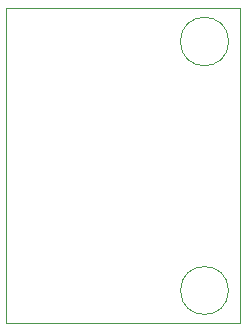
<source format=gbr>
G04 #@! TF.FileFunction,Profile,NP*
%FSLAX46Y46*%
G04 Gerber Fmt 4.6, Leading zero omitted, Abs format (unit mm)*
G04 Created by KiCad (PCBNEW no-vcs-found-product) date mar 10 nov 2015 21:49:01 CST*
%MOMM*%
G01*
G04 APERTURE LIST*
%ADD10C,0.100000*%
G04 APERTURE END LIST*
D10*
X145796000Y-119126000D02*
G75*
G03X145796000Y-119126000I-2032000J0D01*
G01*
X146812000Y-121920000D02*
X142240000Y-121920000D01*
X141986000Y-95250000D02*
X146812000Y-95250000D01*
X145811813Y-98044000D02*
G75*
G03X145811813Y-98044000I-2047813J0D01*
G01*
X127000000Y-121920000D02*
X127000000Y-95250000D01*
X142240000Y-121920000D02*
X127000000Y-121920000D01*
X146812000Y-95250000D02*
X146812000Y-121920000D01*
X127000000Y-95250000D02*
X142240000Y-95250000D01*
M02*

</source>
